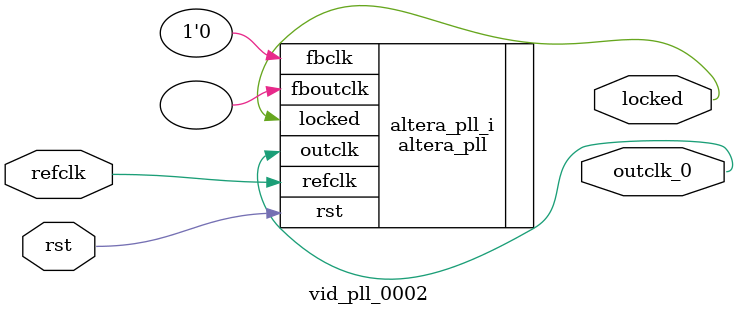
<source format=v>
`timescale 1ns/10ps
module  vid_pll_0002(

	// interface 'refclk'
	input wire refclk,

	// interface 'reset'
	input wire rst,

	// interface 'outclk0'
	output wire outclk_0,

	// interface 'locked'
	output wire locked
);

	altera_pll #(
		.fractional_vco_multiplier("false"),
		.reference_clock_frequency("27.0 MHz"),
		.operation_mode("direct"),
		.number_of_clocks(1),
		.output_clock_frequency0("74.250000 MHz"),
		.phase_shift0("0 ps"),
		.duty_cycle0(50),
		.output_clock_frequency1("0 MHz"),
		.phase_shift1("0 ps"),
		.duty_cycle1(50),
		.output_clock_frequency2("0 MHz"),
		.phase_shift2("0 ps"),
		.duty_cycle2(50),
		.output_clock_frequency3("0 MHz"),
		.phase_shift3("0 ps"),
		.duty_cycle3(50),
		.output_clock_frequency4("0 MHz"),
		.phase_shift4("0 ps"),
		.duty_cycle4(50),
		.output_clock_frequency5("0 MHz"),
		.phase_shift5("0 ps"),
		.duty_cycle5(50),
		.output_clock_frequency6("0 MHz"),
		.phase_shift6("0 ps"),
		.duty_cycle6(50),
		.output_clock_frequency7("0 MHz"),
		.phase_shift7("0 ps"),
		.duty_cycle7(50),
		.output_clock_frequency8("0 MHz"),
		.phase_shift8("0 ps"),
		.duty_cycle8(50),
		.output_clock_frequency9("0 MHz"),
		.phase_shift9("0 ps"),
		.duty_cycle9(50),
		.output_clock_frequency10("0 MHz"),
		.phase_shift10("0 ps"),
		.duty_cycle10(50),
		.output_clock_frequency11("0 MHz"),
		.phase_shift11("0 ps"),
		.duty_cycle11(50),
		.output_clock_frequency12("0 MHz"),
		.phase_shift12("0 ps"),
		.duty_cycle12(50),
		.output_clock_frequency13("0 MHz"),
		.phase_shift13("0 ps"),
		.duty_cycle13(50),
		.output_clock_frequency14("0 MHz"),
		.phase_shift14("0 ps"),
		.duty_cycle14(50),
		.output_clock_frequency15("0 MHz"),
		.phase_shift15("0 ps"),
		.duty_cycle15(50),
		.output_clock_frequency16("0 MHz"),
		.phase_shift16("0 ps"),
		.duty_cycle16(50),
		.output_clock_frequency17("0 MHz"),
		.phase_shift17("0 ps"),
		.duty_cycle17(50),
		.pll_type("General"),
		.pll_subtype("General")
	) altera_pll_i (
		.rst	(rst),
		.outclk	({outclk_0}),
		.locked	(locked),
		.fboutclk	( ),
		.fbclk	(1'b0),
		.refclk	(refclk)
	);
endmodule


</source>
